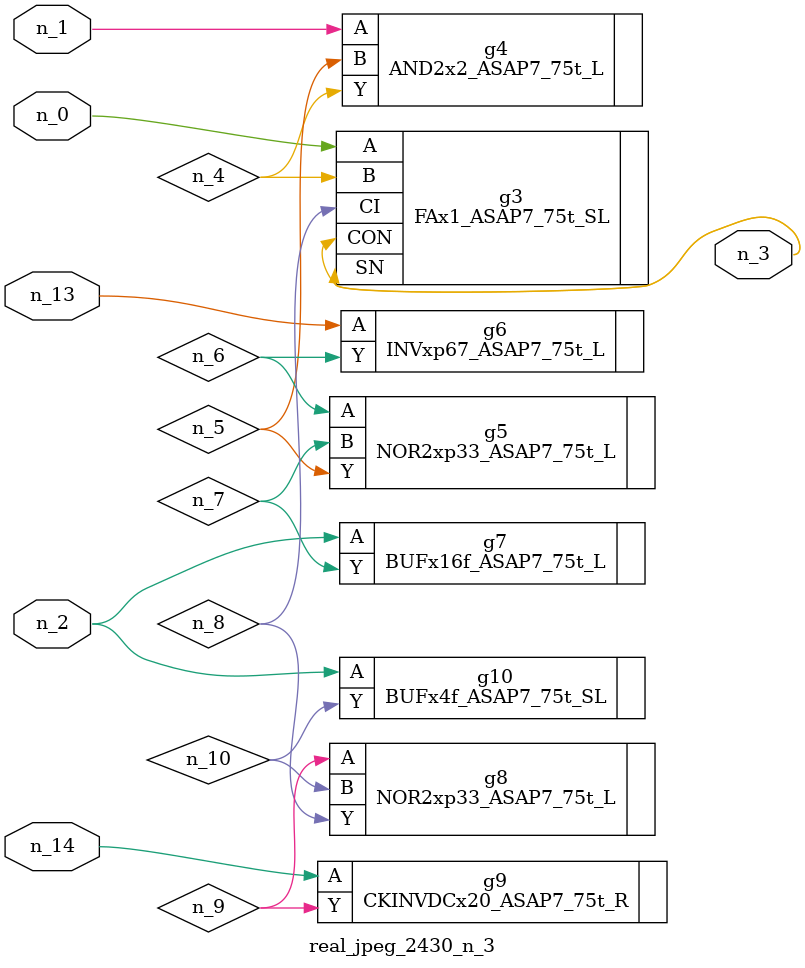
<source format=v>
module real_jpeg_2430_n_3 (n_0, n_1, n_14, n_2, n_13, n_3);

input n_0;
input n_1;
input n_14;
input n_2;
input n_13;

output n_3;

wire n_5;
wire n_8;
wire n_4;
wire n_6;
wire n_7;
wire n_10;
wire n_9;

FAx1_ASAP7_75t_SL g3 ( 
.A(n_0),
.B(n_4),
.CI(n_8),
.CON(n_3),
.SN(n_3)
);

AND2x2_ASAP7_75t_L g4 ( 
.A(n_1),
.B(n_5),
.Y(n_4)
);

BUFx16f_ASAP7_75t_L g7 ( 
.A(n_2),
.Y(n_7)
);

BUFx4f_ASAP7_75t_SL g10 ( 
.A(n_2),
.Y(n_10)
);

NOR2xp33_ASAP7_75t_L g5 ( 
.A(n_6),
.B(n_7),
.Y(n_5)
);

NOR2xp33_ASAP7_75t_L g8 ( 
.A(n_9),
.B(n_10),
.Y(n_8)
);

INVxp67_ASAP7_75t_L g6 ( 
.A(n_13),
.Y(n_6)
);

CKINVDCx20_ASAP7_75t_R g9 ( 
.A(n_14),
.Y(n_9)
);


endmodule
</source>
